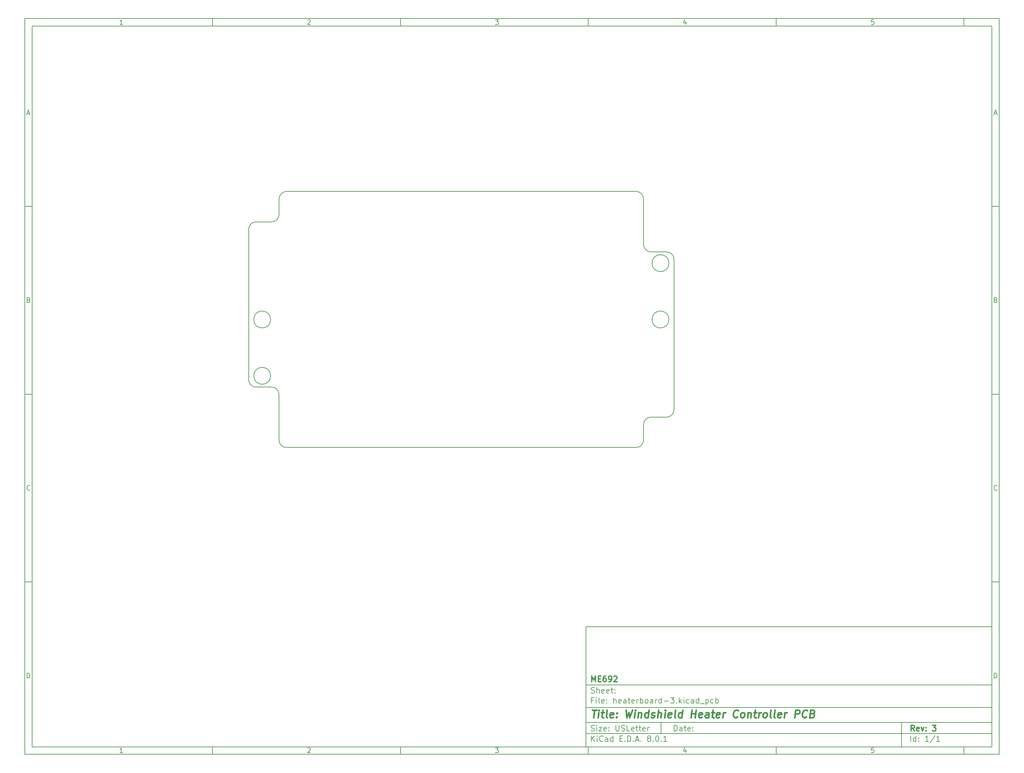
<source format=gbr>
%TF.GenerationSoftware,KiCad,Pcbnew,8.0.1*%
%TF.CreationDate,2024-05-02T11:38:50-04:00*%
%TF.ProjectId,heaterboard-3,68656174-6572-4626-9f61-72642d332e6b,3*%
%TF.SameCoordinates,Original*%
%TF.FileFunction,Profile,NP*%
%FSLAX46Y46*%
G04 Gerber Fmt 4.6, Leading zero omitted, Abs format (unit mm)*
G04 Created by KiCad (PCBNEW 8.0.1) date 2024-05-02 11:38:50*
%MOMM*%
%LPD*%
G01*
G04 APERTURE LIST*
%ADD10C,0.100000*%
%ADD11C,0.150000*%
%ADD12C,0.300000*%
%ADD13C,0.400000*%
%TA.AperFunction,Profile*%
%ADD14C,0.200000*%
%TD*%
G04 APERTURE END LIST*
D10*
D11*
X159400000Y-171900000D02*
X267400000Y-171900000D01*
X267400000Y-203900000D01*
X159400000Y-203900000D01*
X159400000Y-171900000D01*
D10*
D11*
X10000000Y-10000000D02*
X269400000Y-10000000D01*
X269400000Y-205900000D01*
X10000000Y-205900000D01*
X10000000Y-10000000D01*
D10*
D11*
X12000000Y-12000000D02*
X267400000Y-12000000D01*
X267400000Y-203900000D01*
X12000000Y-203900000D01*
X12000000Y-12000000D01*
D10*
D11*
X60000000Y-12000000D02*
X60000000Y-10000000D01*
D10*
D11*
X110000000Y-12000000D02*
X110000000Y-10000000D01*
D10*
D11*
X160000000Y-12000000D02*
X160000000Y-10000000D01*
D10*
D11*
X210000000Y-12000000D02*
X210000000Y-10000000D01*
D10*
D11*
X260000000Y-12000000D02*
X260000000Y-10000000D01*
D10*
D11*
X36089160Y-11593604D02*
X35346303Y-11593604D01*
X35717731Y-11593604D02*
X35717731Y-10293604D01*
X35717731Y-10293604D02*
X35593922Y-10479319D01*
X35593922Y-10479319D02*
X35470112Y-10603128D01*
X35470112Y-10603128D02*
X35346303Y-10665033D01*
D10*
D11*
X85346303Y-10417414D02*
X85408207Y-10355509D01*
X85408207Y-10355509D02*
X85532017Y-10293604D01*
X85532017Y-10293604D02*
X85841541Y-10293604D01*
X85841541Y-10293604D02*
X85965350Y-10355509D01*
X85965350Y-10355509D02*
X86027255Y-10417414D01*
X86027255Y-10417414D02*
X86089160Y-10541223D01*
X86089160Y-10541223D02*
X86089160Y-10665033D01*
X86089160Y-10665033D02*
X86027255Y-10850747D01*
X86027255Y-10850747D02*
X85284398Y-11593604D01*
X85284398Y-11593604D02*
X86089160Y-11593604D01*
D10*
D11*
X135284398Y-10293604D02*
X136089160Y-10293604D01*
X136089160Y-10293604D02*
X135655826Y-10788842D01*
X135655826Y-10788842D02*
X135841541Y-10788842D01*
X135841541Y-10788842D02*
X135965350Y-10850747D01*
X135965350Y-10850747D02*
X136027255Y-10912652D01*
X136027255Y-10912652D02*
X136089160Y-11036461D01*
X136089160Y-11036461D02*
X136089160Y-11345985D01*
X136089160Y-11345985D02*
X136027255Y-11469795D01*
X136027255Y-11469795D02*
X135965350Y-11531700D01*
X135965350Y-11531700D02*
X135841541Y-11593604D01*
X135841541Y-11593604D02*
X135470112Y-11593604D01*
X135470112Y-11593604D02*
X135346303Y-11531700D01*
X135346303Y-11531700D02*
X135284398Y-11469795D01*
D10*
D11*
X185965350Y-10726938D02*
X185965350Y-11593604D01*
X185655826Y-10231700D02*
X185346303Y-11160271D01*
X185346303Y-11160271D02*
X186151064Y-11160271D01*
D10*
D11*
X236027255Y-10293604D02*
X235408207Y-10293604D01*
X235408207Y-10293604D02*
X235346303Y-10912652D01*
X235346303Y-10912652D02*
X235408207Y-10850747D01*
X235408207Y-10850747D02*
X235532017Y-10788842D01*
X235532017Y-10788842D02*
X235841541Y-10788842D01*
X235841541Y-10788842D02*
X235965350Y-10850747D01*
X235965350Y-10850747D02*
X236027255Y-10912652D01*
X236027255Y-10912652D02*
X236089160Y-11036461D01*
X236089160Y-11036461D02*
X236089160Y-11345985D01*
X236089160Y-11345985D02*
X236027255Y-11469795D01*
X236027255Y-11469795D02*
X235965350Y-11531700D01*
X235965350Y-11531700D02*
X235841541Y-11593604D01*
X235841541Y-11593604D02*
X235532017Y-11593604D01*
X235532017Y-11593604D02*
X235408207Y-11531700D01*
X235408207Y-11531700D02*
X235346303Y-11469795D01*
D10*
D11*
X60000000Y-203900000D02*
X60000000Y-205900000D01*
D10*
D11*
X110000000Y-203900000D02*
X110000000Y-205900000D01*
D10*
D11*
X160000000Y-203900000D02*
X160000000Y-205900000D01*
D10*
D11*
X210000000Y-203900000D02*
X210000000Y-205900000D01*
D10*
D11*
X260000000Y-203900000D02*
X260000000Y-205900000D01*
D10*
D11*
X36089160Y-205493604D02*
X35346303Y-205493604D01*
X35717731Y-205493604D02*
X35717731Y-204193604D01*
X35717731Y-204193604D02*
X35593922Y-204379319D01*
X35593922Y-204379319D02*
X35470112Y-204503128D01*
X35470112Y-204503128D02*
X35346303Y-204565033D01*
D10*
D11*
X85346303Y-204317414D02*
X85408207Y-204255509D01*
X85408207Y-204255509D02*
X85532017Y-204193604D01*
X85532017Y-204193604D02*
X85841541Y-204193604D01*
X85841541Y-204193604D02*
X85965350Y-204255509D01*
X85965350Y-204255509D02*
X86027255Y-204317414D01*
X86027255Y-204317414D02*
X86089160Y-204441223D01*
X86089160Y-204441223D02*
X86089160Y-204565033D01*
X86089160Y-204565033D02*
X86027255Y-204750747D01*
X86027255Y-204750747D02*
X85284398Y-205493604D01*
X85284398Y-205493604D02*
X86089160Y-205493604D01*
D10*
D11*
X135284398Y-204193604D02*
X136089160Y-204193604D01*
X136089160Y-204193604D02*
X135655826Y-204688842D01*
X135655826Y-204688842D02*
X135841541Y-204688842D01*
X135841541Y-204688842D02*
X135965350Y-204750747D01*
X135965350Y-204750747D02*
X136027255Y-204812652D01*
X136027255Y-204812652D02*
X136089160Y-204936461D01*
X136089160Y-204936461D02*
X136089160Y-205245985D01*
X136089160Y-205245985D02*
X136027255Y-205369795D01*
X136027255Y-205369795D02*
X135965350Y-205431700D01*
X135965350Y-205431700D02*
X135841541Y-205493604D01*
X135841541Y-205493604D02*
X135470112Y-205493604D01*
X135470112Y-205493604D02*
X135346303Y-205431700D01*
X135346303Y-205431700D02*
X135284398Y-205369795D01*
D10*
D11*
X185965350Y-204626938D02*
X185965350Y-205493604D01*
X185655826Y-204131700D02*
X185346303Y-205060271D01*
X185346303Y-205060271D02*
X186151064Y-205060271D01*
D10*
D11*
X236027255Y-204193604D02*
X235408207Y-204193604D01*
X235408207Y-204193604D02*
X235346303Y-204812652D01*
X235346303Y-204812652D02*
X235408207Y-204750747D01*
X235408207Y-204750747D02*
X235532017Y-204688842D01*
X235532017Y-204688842D02*
X235841541Y-204688842D01*
X235841541Y-204688842D02*
X235965350Y-204750747D01*
X235965350Y-204750747D02*
X236027255Y-204812652D01*
X236027255Y-204812652D02*
X236089160Y-204936461D01*
X236089160Y-204936461D02*
X236089160Y-205245985D01*
X236089160Y-205245985D02*
X236027255Y-205369795D01*
X236027255Y-205369795D02*
X235965350Y-205431700D01*
X235965350Y-205431700D02*
X235841541Y-205493604D01*
X235841541Y-205493604D02*
X235532017Y-205493604D01*
X235532017Y-205493604D02*
X235408207Y-205431700D01*
X235408207Y-205431700D02*
X235346303Y-205369795D01*
D10*
D11*
X10000000Y-60000000D02*
X12000000Y-60000000D01*
D10*
D11*
X10000000Y-110000000D02*
X12000000Y-110000000D01*
D10*
D11*
X10000000Y-160000000D02*
X12000000Y-160000000D01*
D10*
D11*
X10690476Y-35222176D02*
X11309523Y-35222176D01*
X10566666Y-35593604D02*
X10999999Y-34293604D01*
X10999999Y-34293604D02*
X11433333Y-35593604D01*
D10*
D11*
X11092857Y-84912652D02*
X11278571Y-84974557D01*
X11278571Y-84974557D02*
X11340476Y-85036461D01*
X11340476Y-85036461D02*
X11402380Y-85160271D01*
X11402380Y-85160271D02*
X11402380Y-85345985D01*
X11402380Y-85345985D02*
X11340476Y-85469795D01*
X11340476Y-85469795D02*
X11278571Y-85531700D01*
X11278571Y-85531700D02*
X11154761Y-85593604D01*
X11154761Y-85593604D02*
X10659523Y-85593604D01*
X10659523Y-85593604D02*
X10659523Y-84293604D01*
X10659523Y-84293604D02*
X11092857Y-84293604D01*
X11092857Y-84293604D02*
X11216666Y-84355509D01*
X11216666Y-84355509D02*
X11278571Y-84417414D01*
X11278571Y-84417414D02*
X11340476Y-84541223D01*
X11340476Y-84541223D02*
X11340476Y-84665033D01*
X11340476Y-84665033D02*
X11278571Y-84788842D01*
X11278571Y-84788842D02*
X11216666Y-84850747D01*
X11216666Y-84850747D02*
X11092857Y-84912652D01*
X11092857Y-84912652D02*
X10659523Y-84912652D01*
D10*
D11*
X11402380Y-135469795D02*
X11340476Y-135531700D01*
X11340476Y-135531700D02*
X11154761Y-135593604D01*
X11154761Y-135593604D02*
X11030952Y-135593604D01*
X11030952Y-135593604D02*
X10845238Y-135531700D01*
X10845238Y-135531700D02*
X10721428Y-135407890D01*
X10721428Y-135407890D02*
X10659523Y-135284080D01*
X10659523Y-135284080D02*
X10597619Y-135036461D01*
X10597619Y-135036461D02*
X10597619Y-134850747D01*
X10597619Y-134850747D02*
X10659523Y-134603128D01*
X10659523Y-134603128D02*
X10721428Y-134479319D01*
X10721428Y-134479319D02*
X10845238Y-134355509D01*
X10845238Y-134355509D02*
X11030952Y-134293604D01*
X11030952Y-134293604D02*
X11154761Y-134293604D01*
X11154761Y-134293604D02*
X11340476Y-134355509D01*
X11340476Y-134355509D02*
X11402380Y-134417414D01*
D10*
D11*
X10659523Y-185593604D02*
X10659523Y-184293604D01*
X10659523Y-184293604D02*
X10969047Y-184293604D01*
X10969047Y-184293604D02*
X11154761Y-184355509D01*
X11154761Y-184355509D02*
X11278571Y-184479319D01*
X11278571Y-184479319D02*
X11340476Y-184603128D01*
X11340476Y-184603128D02*
X11402380Y-184850747D01*
X11402380Y-184850747D02*
X11402380Y-185036461D01*
X11402380Y-185036461D02*
X11340476Y-185284080D01*
X11340476Y-185284080D02*
X11278571Y-185407890D01*
X11278571Y-185407890D02*
X11154761Y-185531700D01*
X11154761Y-185531700D02*
X10969047Y-185593604D01*
X10969047Y-185593604D02*
X10659523Y-185593604D01*
D10*
D11*
X269400000Y-60000000D02*
X267400000Y-60000000D01*
D10*
D11*
X269400000Y-110000000D02*
X267400000Y-110000000D01*
D10*
D11*
X269400000Y-160000000D02*
X267400000Y-160000000D01*
D10*
D11*
X268090476Y-35222176D02*
X268709523Y-35222176D01*
X267966666Y-35593604D02*
X268399999Y-34293604D01*
X268399999Y-34293604D02*
X268833333Y-35593604D01*
D10*
D11*
X268492857Y-84912652D02*
X268678571Y-84974557D01*
X268678571Y-84974557D02*
X268740476Y-85036461D01*
X268740476Y-85036461D02*
X268802380Y-85160271D01*
X268802380Y-85160271D02*
X268802380Y-85345985D01*
X268802380Y-85345985D02*
X268740476Y-85469795D01*
X268740476Y-85469795D02*
X268678571Y-85531700D01*
X268678571Y-85531700D02*
X268554761Y-85593604D01*
X268554761Y-85593604D02*
X268059523Y-85593604D01*
X268059523Y-85593604D02*
X268059523Y-84293604D01*
X268059523Y-84293604D02*
X268492857Y-84293604D01*
X268492857Y-84293604D02*
X268616666Y-84355509D01*
X268616666Y-84355509D02*
X268678571Y-84417414D01*
X268678571Y-84417414D02*
X268740476Y-84541223D01*
X268740476Y-84541223D02*
X268740476Y-84665033D01*
X268740476Y-84665033D02*
X268678571Y-84788842D01*
X268678571Y-84788842D02*
X268616666Y-84850747D01*
X268616666Y-84850747D02*
X268492857Y-84912652D01*
X268492857Y-84912652D02*
X268059523Y-84912652D01*
D10*
D11*
X268802380Y-135469795D02*
X268740476Y-135531700D01*
X268740476Y-135531700D02*
X268554761Y-135593604D01*
X268554761Y-135593604D02*
X268430952Y-135593604D01*
X268430952Y-135593604D02*
X268245238Y-135531700D01*
X268245238Y-135531700D02*
X268121428Y-135407890D01*
X268121428Y-135407890D02*
X268059523Y-135284080D01*
X268059523Y-135284080D02*
X267997619Y-135036461D01*
X267997619Y-135036461D02*
X267997619Y-134850747D01*
X267997619Y-134850747D02*
X268059523Y-134603128D01*
X268059523Y-134603128D02*
X268121428Y-134479319D01*
X268121428Y-134479319D02*
X268245238Y-134355509D01*
X268245238Y-134355509D02*
X268430952Y-134293604D01*
X268430952Y-134293604D02*
X268554761Y-134293604D01*
X268554761Y-134293604D02*
X268740476Y-134355509D01*
X268740476Y-134355509D02*
X268802380Y-134417414D01*
D10*
D11*
X268059523Y-185593604D02*
X268059523Y-184293604D01*
X268059523Y-184293604D02*
X268369047Y-184293604D01*
X268369047Y-184293604D02*
X268554761Y-184355509D01*
X268554761Y-184355509D02*
X268678571Y-184479319D01*
X268678571Y-184479319D02*
X268740476Y-184603128D01*
X268740476Y-184603128D02*
X268802380Y-184850747D01*
X268802380Y-184850747D02*
X268802380Y-185036461D01*
X268802380Y-185036461D02*
X268740476Y-185284080D01*
X268740476Y-185284080D02*
X268678571Y-185407890D01*
X268678571Y-185407890D02*
X268554761Y-185531700D01*
X268554761Y-185531700D02*
X268369047Y-185593604D01*
X268369047Y-185593604D02*
X268059523Y-185593604D01*
D10*
D11*
X182855826Y-199686128D02*
X182855826Y-198186128D01*
X182855826Y-198186128D02*
X183212969Y-198186128D01*
X183212969Y-198186128D02*
X183427255Y-198257557D01*
X183427255Y-198257557D02*
X183570112Y-198400414D01*
X183570112Y-198400414D02*
X183641541Y-198543271D01*
X183641541Y-198543271D02*
X183712969Y-198828985D01*
X183712969Y-198828985D02*
X183712969Y-199043271D01*
X183712969Y-199043271D02*
X183641541Y-199328985D01*
X183641541Y-199328985D02*
X183570112Y-199471842D01*
X183570112Y-199471842D02*
X183427255Y-199614700D01*
X183427255Y-199614700D02*
X183212969Y-199686128D01*
X183212969Y-199686128D02*
X182855826Y-199686128D01*
X184998684Y-199686128D02*
X184998684Y-198900414D01*
X184998684Y-198900414D02*
X184927255Y-198757557D01*
X184927255Y-198757557D02*
X184784398Y-198686128D01*
X184784398Y-198686128D02*
X184498684Y-198686128D01*
X184498684Y-198686128D02*
X184355826Y-198757557D01*
X184998684Y-199614700D02*
X184855826Y-199686128D01*
X184855826Y-199686128D02*
X184498684Y-199686128D01*
X184498684Y-199686128D02*
X184355826Y-199614700D01*
X184355826Y-199614700D02*
X184284398Y-199471842D01*
X184284398Y-199471842D02*
X184284398Y-199328985D01*
X184284398Y-199328985D02*
X184355826Y-199186128D01*
X184355826Y-199186128D02*
X184498684Y-199114700D01*
X184498684Y-199114700D02*
X184855826Y-199114700D01*
X184855826Y-199114700D02*
X184998684Y-199043271D01*
X185498684Y-198686128D02*
X186070112Y-198686128D01*
X185712969Y-198186128D02*
X185712969Y-199471842D01*
X185712969Y-199471842D02*
X185784398Y-199614700D01*
X185784398Y-199614700D02*
X185927255Y-199686128D01*
X185927255Y-199686128D02*
X186070112Y-199686128D01*
X187141541Y-199614700D02*
X186998684Y-199686128D01*
X186998684Y-199686128D02*
X186712970Y-199686128D01*
X186712970Y-199686128D02*
X186570112Y-199614700D01*
X186570112Y-199614700D02*
X186498684Y-199471842D01*
X186498684Y-199471842D02*
X186498684Y-198900414D01*
X186498684Y-198900414D02*
X186570112Y-198757557D01*
X186570112Y-198757557D02*
X186712970Y-198686128D01*
X186712970Y-198686128D02*
X186998684Y-198686128D01*
X186998684Y-198686128D02*
X187141541Y-198757557D01*
X187141541Y-198757557D02*
X187212970Y-198900414D01*
X187212970Y-198900414D02*
X187212970Y-199043271D01*
X187212970Y-199043271D02*
X186498684Y-199186128D01*
X187855826Y-199543271D02*
X187927255Y-199614700D01*
X187927255Y-199614700D02*
X187855826Y-199686128D01*
X187855826Y-199686128D02*
X187784398Y-199614700D01*
X187784398Y-199614700D02*
X187855826Y-199543271D01*
X187855826Y-199543271D02*
X187855826Y-199686128D01*
X187855826Y-198757557D02*
X187927255Y-198828985D01*
X187927255Y-198828985D02*
X187855826Y-198900414D01*
X187855826Y-198900414D02*
X187784398Y-198828985D01*
X187784398Y-198828985D02*
X187855826Y-198757557D01*
X187855826Y-198757557D02*
X187855826Y-198900414D01*
D10*
D11*
X159400000Y-200400000D02*
X267400000Y-200400000D01*
D10*
D11*
X160855826Y-202486128D02*
X160855826Y-200986128D01*
X161712969Y-202486128D02*
X161070112Y-201628985D01*
X161712969Y-200986128D02*
X160855826Y-201843271D01*
X162355826Y-202486128D02*
X162355826Y-201486128D01*
X162355826Y-200986128D02*
X162284398Y-201057557D01*
X162284398Y-201057557D02*
X162355826Y-201128985D01*
X162355826Y-201128985D02*
X162427255Y-201057557D01*
X162427255Y-201057557D02*
X162355826Y-200986128D01*
X162355826Y-200986128D02*
X162355826Y-201128985D01*
X163927255Y-202343271D02*
X163855827Y-202414700D01*
X163855827Y-202414700D02*
X163641541Y-202486128D01*
X163641541Y-202486128D02*
X163498684Y-202486128D01*
X163498684Y-202486128D02*
X163284398Y-202414700D01*
X163284398Y-202414700D02*
X163141541Y-202271842D01*
X163141541Y-202271842D02*
X163070112Y-202128985D01*
X163070112Y-202128985D02*
X162998684Y-201843271D01*
X162998684Y-201843271D02*
X162998684Y-201628985D01*
X162998684Y-201628985D02*
X163070112Y-201343271D01*
X163070112Y-201343271D02*
X163141541Y-201200414D01*
X163141541Y-201200414D02*
X163284398Y-201057557D01*
X163284398Y-201057557D02*
X163498684Y-200986128D01*
X163498684Y-200986128D02*
X163641541Y-200986128D01*
X163641541Y-200986128D02*
X163855827Y-201057557D01*
X163855827Y-201057557D02*
X163927255Y-201128985D01*
X165212970Y-202486128D02*
X165212970Y-201700414D01*
X165212970Y-201700414D02*
X165141541Y-201557557D01*
X165141541Y-201557557D02*
X164998684Y-201486128D01*
X164998684Y-201486128D02*
X164712970Y-201486128D01*
X164712970Y-201486128D02*
X164570112Y-201557557D01*
X165212970Y-202414700D02*
X165070112Y-202486128D01*
X165070112Y-202486128D02*
X164712970Y-202486128D01*
X164712970Y-202486128D02*
X164570112Y-202414700D01*
X164570112Y-202414700D02*
X164498684Y-202271842D01*
X164498684Y-202271842D02*
X164498684Y-202128985D01*
X164498684Y-202128985D02*
X164570112Y-201986128D01*
X164570112Y-201986128D02*
X164712970Y-201914700D01*
X164712970Y-201914700D02*
X165070112Y-201914700D01*
X165070112Y-201914700D02*
X165212970Y-201843271D01*
X166570113Y-202486128D02*
X166570113Y-200986128D01*
X166570113Y-202414700D02*
X166427255Y-202486128D01*
X166427255Y-202486128D02*
X166141541Y-202486128D01*
X166141541Y-202486128D02*
X165998684Y-202414700D01*
X165998684Y-202414700D02*
X165927255Y-202343271D01*
X165927255Y-202343271D02*
X165855827Y-202200414D01*
X165855827Y-202200414D02*
X165855827Y-201771842D01*
X165855827Y-201771842D02*
X165927255Y-201628985D01*
X165927255Y-201628985D02*
X165998684Y-201557557D01*
X165998684Y-201557557D02*
X166141541Y-201486128D01*
X166141541Y-201486128D02*
X166427255Y-201486128D01*
X166427255Y-201486128D02*
X166570113Y-201557557D01*
X168427255Y-201700414D02*
X168927255Y-201700414D01*
X169141541Y-202486128D02*
X168427255Y-202486128D01*
X168427255Y-202486128D02*
X168427255Y-200986128D01*
X168427255Y-200986128D02*
X169141541Y-200986128D01*
X169784398Y-202343271D02*
X169855827Y-202414700D01*
X169855827Y-202414700D02*
X169784398Y-202486128D01*
X169784398Y-202486128D02*
X169712970Y-202414700D01*
X169712970Y-202414700D02*
X169784398Y-202343271D01*
X169784398Y-202343271D02*
X169784398Y-202486128D01*
X170498684Y-202486128D02*
X170498684Y-200986128D01*
X170498684Y-200986128D02*
X170855827Y-200986128D01*
X170855827Y-200986128D02*
X171070113Y-201057557D01*
X171070113Y-201057557D02*
X171212970Y-201200414D01*
X171212970Y-201200414D02*
X171284399Y-201343271D01*
X171284399Y-201343271D02*
X171355827Y-201628985D01*
X171355827Y-201628985D02*
X171355827Y-201843271D01*
X171355827Y-201843271D02*
X171284399Y-202128985D01*
X171284399Y-202128985D02*
X171212970Y-202271842D01*
X171212970Y-202271842D02*
X171070113Y-202414700D01*
X171070113Y-202414700D02*
X170855827Y-202486128D01*
X170855827Y-202486128D02*
X170498684Y-202486128D01*
X171998684Y-202343271D02*
X172070113Y-202414700D01*
X172070113Y-202414700D02*
X171998684Y-202486128D01*
X171998684Y-202486128D02*
X171927256Y-202414700D01*
X171927256Y-202414700D02*
X171998684Y-202343271D01*
X171998684Y-202343271D02*
X171998684Y-202486128D01*
X172641542Y-202057557D02*
X173355828Y-202057557D01*
X172498685Y-202486128D02*
X172998685Y-200986128D01*
X172998685Y-200986128D02*
X173498685Y-202486128D01*
X173998684Y-202343271D02*
X174070113Y-202414700D01*
X174070113Y-202414700D02*
X173998684Y-202486128D01*
X173998684Y-202486128D02*
X173927256Y-202414700D01*
X173927256Y-202414700D02*
X173998684Y-202343271D01*
X173998684Y-202343271D02*
X173998684Y-202486128D01*
X176070113Y-201628985D02*
X175927256Y-201557557D01*
X175927256Y-201557557D02*
X175855827Y-201486128D01*
X175855827Y-201486128D02*
X175784399Y-201343271D01*
X175784399Y-201343271D02*
X175784399Y-201271842D01*
X175784399Y-201271842D02*
X175855827Y-201128985D01*
X175855827Y-201128985D02*
X175927256Y-201057557D01*
X175927256Y-201057557D02*
X176070113Y-200986128D01*
X176070113Y-200986128D02*
X176355827Y-200986128D01*
X176355827Y-200986128D02*
X176498685Y-201057557D01*
X176498685Y-201057557D02*
X176570113Y-201128985D01*
X176570113Y-201128985D02*
X176641542Y-201271842D01*
X176641542Y-201271842D02*
X176641542Y-201343271D01*
X176641542Y-201343271D02*
X176570113Y-201486128D01*
X176570113Y-201486128D02*
X176498685Y-201557557D01*
X176498685Y-201557557D02*
X176355827Y-201628985D01*
X176355827Y-201628985D02*
X176070113Y-201628985D01*
X176070113Y-201628985D02*
X175927256Y-201700414D01*
X175927256Y-201700414D02*
X175855827Y-201771842D01*
X175855827Y-201771842D02*
X175784399Y-201914700D01*
X175784399Y-201914700D02*
X175784399Y-202200414D01*
X175784399Y-202200414D02*
X175855827Y-202343271D01*
X175855827Y-202343271D02*
X175927256Y-202414700D01*
X175927256Y-202414700D02*
X176070113Y-202486128D01*
X176070113Y-202486128D02*
X176355827Y-202486128D01*
X176355827Y-202486128D02*
X176498685Y-202414700D01*
X176498685Y-202414700D02*
X176570113Y-202343271D01*
X176570113Y-202343271D02*
X176641542Y-202200414D01*
X176641542Y-202200414D02*
X176641542Y-201914700D01*
X176641542Y-201914700D02*
X176570113Y-201771842D01*
X176570113Y-201771842D02*
X176498685Y-201700414D01*
X176498685Y-201700414D02*
X176355827Y-201628985D01*
X177284398Y-202343271D02*
X177355827Y-202414700D01*
X177355827Y-202414700D02*
X177284398Y-202486128D01*
X177284398Y-202486128D02*
X177212970Y-202414700D01*
X177212970Y-202414700D02*
X177284398Y-202343271D01*
X177284398Y-202343271D02*
X177284398Y-202486128D01*
X178284399Y-200986128D02*
X178427256Y-200986128D01*
X178427256Y-200986128D02*
X178570113Y-201057557D01*
X178570113Y-201057557D02*
X178641542Y-201128985D01*
X178641542Y-201128985D02*
X178712970Y-201271842D01*
X178712970Y-201271842D02*
X178784399Y-201557557D01*
X178784399Y-201557557D02*
X178784399Y-201914700D01*
X178784399Y-201914700D02*
X178712970Y-202200414D01*
X178712970Y-202200414D02*
X178641542Y-202343271D01*
X178641542Y-202343271D02*
X178570113Y-202414700D01*
X178570113Y-202414700D02*
X178427256Y-202486128D01*
X178427256Y-202486128D02*
X178284399Y-202486128D01*
X178284399Y-202486128D02*
X178141542Y-202414700D01*
X178141542Y-202414700D02*
X178070113Y-202343271D01*
X178070113Y-202343271D02*
X177998684Y-202200414D01*
X177998684Y-202200414D02*
X177927256Y-201914700D01*
X177927256Y-201914700D02*
X177927256Y-201557557D01*
X177927256Y-201557557D02*
X177998684Y-201271842D01*
X177998684Y-201271842D02*
X178070113Y-201128985D01*
X178070113Y-201128985D02*
X178141542Y-201057557D01*
X178141542Y-201057557D02*
X178284399Y-200986128D01*
X179427255Y-202343271D02*
X179498684Y-202414700D01*
X179498684Y-202414700D02*
X179427255Y-202486128D01*
X179427255Y-202486128D02*
X179355827Y-202414700D01*
X179355827Y-202414700D02*
X179427255Y-202343271D01*
X179427255Y-202343271D02*
X179427255Y-202486128D01*
X180927256Y-202486128D02*
X180070113Y-202486128D01*
X180498684Y-202486128D02*
X180498684Y-200986128D01*
X180498684Y-200986128D02*
X180355827Y-201200414D01*
X180355827Y-201200414D02*
X180212970Y-201343271D01*
X180212970Y-201343271D02*
X180070113Y-201414700D01*
D10*
D11*
X159400000Y-197400000D02*
X267400000Y-197400000D01*
D10*
D12*
X246811653Y-199678328D02*
X246311653Y-198964042D01*
X245954510Y-199678328D02*
X245954510Y-198178328D01*
X245954510Y-198178328D02*
X246525939Y-198178328D01*
X246525939Y-198178328D02*
X246668796Y-198249757D01*
X246668796Y-198249757D02*
X246740225Y-198321185D01*
X246740225Y-198321185D02*
X246811653Y-198464042D01*
X246811653Y-198464042D02*
X246811653Y-198678328D01*
X246811653Y-198678328D02*
X246740225Y-198821185D01*
X246740225Y-198821185D02*
X246668796Y-198892614D01*
X246668796Y-198892614D02*
X246525939Y-198964042D01*
X246525939Y-198964042D02*
X245954510Y-198964042D01*
X248025939Y-199606900D02*
X247883082Y-199678328D01*
X247883082Y-199678328D02*
X247597368Y-199678328D01*
X247597368Y-199678328D02*
X247454510Y-199606900D01*
X247454510Y-199606900D02*
X247383082Y-199464042D01*
X247383082Y-199464042D02*
X247383082Y-198892614D01*
X247383082Y-198892614D02*
X247454510Y-198749757D01*
X247454510Y-198749757D02*
X247597368Y-198678328D01*
X247597368Y-198678328D02*
X247883082Y-198678328D01*
X247883082Y-198678328D02*
X248025939Y-198749757D01*
X248025939Y-198749757D02*
X248097368Y-198892614D01*
X248097368Y-198892614D02*
X248097368Y-199035471D01*
X248097368Y-199035471D02*
X247383082Y-199178328D01*
X248597367Y-198678328D02*
X248954510Y-199678328D01*
X248954510Y-199678328D02*
X249311653Y-198678328D01*
X249883081Y-199535471D02*
X249954510Y-199606900D01*
X249954510Y-199606900D02*
X249883081Y-199678328D01*
X249883081Y-199678328D02*
X249811653Y-199606900D01*
X249811653Y-199606900D02*
X249883081Y-199535471D01*
X249883081Y-199535471D02*
X249883081Y-199678328D01*
X249883081Y-198749757D02*
X249954510Y-198821185D01*
X249954510Y-198821185D02*
X249883081Y-198892614D01*
X249883081Y-198892614D02*
X249811653Y-198821185D01*
X249811653Y-198821185D02*
X249883081Y-198749757D01*
X249883081Y-198749757D02*
X249883081Y-198892614D01*
X251597367Y-198178328D02*
X252525939Y-198178328D01*
X252525939Y-198178328D02*
X252025939Y-198749757D01*
X252025939Y-198749757D02*
X252240224Y-198749757D01*
X252240224Y-198749757D02*
X252383082Y-198821185D01*
X252383082Y-198821185D02*
X252454510Y-198892614D01*
X252454510Y-198892614D02*
X252525939Y-199035471D01*
X252525939Y-199035471D02*
X252525939Y-199392614D01*
X252525939Y-199392614D02*
X252454510Y-199535471D01*
X252454510Y-199535471D02*
X252383082Y-199606900D01*
X252383082Y-199606900D02*
X252240224Y-199678328D01*
X252240224Y-199678328D02*
X251811653Y-199678328D01*
X251811653Y-199678328D02*
X251668796Y-199606900D01*
X251668796Y-199606900D02*
X251597367Y-199535471D01*
D10*
D11*
X160784398Y-199614700D02*
X160998684Y-199686128D01*
X160998684Y-199686128D02*
X161355826Y-199686128D01*
X161355826Y-199686128D02*
X161498684Y-199614700D01*
X161498684Y-199614700D02*
X161570112Y-199543271D01*
X161570112Y-199543271D02*
X161641541Y-199400414D01*
X161641541Y-199400414D02*
X161641541Y-199257557D01*
X161641541Y-199257557D02*
X161570112Y-199114700D01*
X161570112Y-199114700D02*
X161498684Y-199043271D01*
X161498684Y-199043271D02*
X161355826Y-198971842D01*
X161355826Y-198971842D02*
X161070112Y-198900414D01*
X161070112Y-198900414D02*
X160927255Y-198828985D01*
X160927255Y-198828985D02*
X160855826Y-198757557D01*
X160855826Y-198757557D02*
X160784398Y-198614700D01*
X160784398Y-198614700D02*
X160784398Y-198471842D01*
X160784398Y-198471842D02*
X160855826Y-198328985D01*
X160855826Y-198328985D02*
X160927255Y-198257557D01*
X160927255Y-198257557D02*
X161070112Y-198186128D01*
X161070112Y-198186128D02*
X161427255Y-198186128D01*
X161427255Y-198186128D02*
X161641541Y-198257557D01*
X162284397Y-199686128D02*
X162284397Y-198686128D01*
X162284397Y-198186128D02*
X162212969Y-198257557D01*
X162212969Y-198257557D02*
X162284397Y-198328985D01*
X162284397Y-198328985D02*
X162355826Y-198257557D01*
X162355826Y-198257557D02*
X162284397Y-198186128D01*
X162284397Y-198186128D02*
X162284397Y-198328985D01*
X162855826Y-198686128D02*
X163641541Y-198686128D01*
X163641541Y-198686128D02*
X162855826Y-199686128D01*
X162855826Y-199686128D02*
X163641541Y-199686128D01*
X164784398Y-199614700D02*
X164641541Y-199686128D01*
X164641541Y-199686128D02*
X164355827Y-199686128D01*
X164355827Y-199686128D02*
X164212969Y-199614700D01*
X164212969Y-199614700D02*
X164141541Y-199471842D01*
X164141541Y-199471842D02*
X164141541Y-198900414D01*
X164141541Y-198900414D02*
X164212969Y-198757557D01*
X164212969Y-198757557D02*
X164355827Y-198686128D01*
X164355827Y-198686128D02*
X164641541Y-198686128D01*
X164641541Y-198686128D02*
X164784398Y-198757557D01*
X164784398Y-198757557D02*
X164855827Y-198900414D01*
X164855827Y-198900414D02*
X164855827Y-199043271D01*
X164855827Y-199043271D02*
X164141541Y-199186128D01*
X165498683Y-199543271D02*
X165570112Y-199614700D01*
X165570112Y-199614700D02*
X165498683Y-199686128D01*
X165498683Y-199686128D02*
X165427255Y-199614700D01*
X165427255Y-199614700D02*
X165498683Y-199543271D01*
X165498683Y-199543271D02*
X165498683Y-199686128D01*
X165498683Y-198757557D02*
X165570112Y-198828985D01*
X165570112Y-198828985D02*
X165498683Y-198900414D01*
X165498683Y-198900414D02*
X165427255Y-198828985D01*
X165427255Y-198828985D02*
X165498683Y-198757557D01*
X165498683Y-198757557D02*
X165498683Y-198900414D01*
X167355826Y-198186128D02*
X167355826Y-199400414D01*
X167355826Y-199400414D02*
X167427255Y-199543271D01*
X167427255Y-199543271D02*
X167498684Y-199614700D01*
X167498684Y-199614700D02*
X167641541Y-199686128D01*
X167641541Y-199686128D02*
X167927255Y-199686128D01*
X167927255Y-199686128D02*
X168070112Y-199614700D01*
X168070112Y-199614700D02*
X168141541Y-199543271D01*
X168141541Y-199543271D02*
X168212969Y-199400414D01*
X168212969Y-199400414D02*
X168212969Y-198186128D01*
X168855827Y-199614700D02*
X169070113Y-199686128D01*
X169070113Y-199686128D02*
X169427255Y-199686128D01*
X169427255Y-199686128D02*
X169570113Y-199614700D01*
X169570113Y-199614700D02*
X169641541Y-199543271D01*
X169641541Y-199543271D02*
X169712970Y-199400414D01*
X169712970Y-199400414D02*
X169712970Y-199257557D01*
X169712970Y-199257557D02*
X169641541Y-199114700D01*
X169641541Y-199114700D02*
X169570113Y-199043271D01*
X169570113Y-199043271D02*
X169427255Y-198971842D01*
X169427255Y-198971842D02*
X169141541Y-198900414D01*
X169141541Y-198900414D02*
X168998684Y-198828985D01*
X168998684Y-198828985D02*
X168927255Y-198757557D01*
X168927255Y-198757557D02*
X168855827Y-198614700D01*
X168855827Y-198614700D02*
X168855827Y-198471842D01*
X168855827Y-198471842D02*
X168927255Y-198328985D01*
X168927255Y-198328985D02*
X168998684Y-198257557D01*
X168998684Y-198257557D02*
X169141541Y-198186128D01*
X169141541Y-198186128D02*
X169498684Y-198186128D01*
X169498684Y-198186128D02*
X169712970Y-198257557D01*
X171070112Y-199686128D02*
X170355826Y-199686128D01*
X170355826Y-199686128D02*
X170355826Y-198186128D01*
X172141541Y-199614700D02*
X171998684Y-199686128D01*
X171998684Y-199686128D02*
X171712970Y-199686128D01*
X171712970Y-199686128D02*
X171570112Y-199614700D01*
X171570112Y-199614700D02*
X171498684Y-199471842D01*
X171498684Y-199471842D02*
X171498684Y-198900414D01*
X171498684Y-198900414D02*
X171570112Y-198757557D01*
X171570112Y-198757557D02*
X171712970Y-198686128D01*
X171712970Y-198686128D02*
X171998684Y-198686128D01*
X171998684Y-198686128D02*
X172141541Y-198757557D01*
X172141541Y-198757557D02*
X172212970Y-198900414D01*
X172212970Y-198900414D02*
X172212970Y-199043271D01*
X172212970Y-199043271D02*
X171498684Y-199186128D01*
X172641541Y-198686128D02*
X173212969Y-198686128D01*
X172855826Y-198186128D02*
X172855826Y-199471842D01*
X172855826Y-199471842D02*
X172927255Y-199614700D01*
X172927255Y-199614700D02*
X173070112Y-199686128D01*
X173070112Y-199686128D02*
X173212969Y-199686128D01*
X173498684Y-198686128D02*
X174070112Y-198686128D01*
X173712969Y-198186128D02*
X173712969Y-199471842D01*
X173712969Y-199471842D02*
X173784398Y-199614700D01*
X173784398Y-199614700D02*
X173927255Y-199686128D01*
X173927255Y-199686128D02*
X174070112Y-199686128D01*
X175141541Y-199614700D02*
X174998684Y-199686128D01*
X174998684Y-199686128D02*
X174712970Y-199686128D01*
X174712970Y-199686128D02*
X174570112Y-199614700D01*
X174570112Y-199614700D02*
X174498684Y-199471842D01*
X174498684Y-199471842D02*
X174498684Y-198900414D01*
X174498684Y-198900414D02*
X174570112Y-198757557D01*
X174570112Y-198757557D02*
X174712970Y-198686128D01*
X174712970Y-198686128D02*
X174998684Y-198686128D01*
X174998684Y-198686128D02*
X175141541Y-198757557D01*
X175141541Y-198757557D02*
X175212970Y-198900414D01*
X175212970Y-198900414D02*
X175212970Y-199043271D01*
X175212970Y-199043271D02*
X174498684Y-199186128D01*
X175855826Y-199686128D02*
X175855826Y-198686128D01*
X175855826Y-198971842D02*
X175927255Y-198828985D01*
X175927255Y-198828985D02*
X175998684Y-198757557D01*
X175998684Y-198757557D02*
X176141541Y-198686128D01*
X176141541Y-198686128D02*
X176284398Y-198686128D01*
D10*
D11*
X245855826Y-202486128D02*
X245855826Y-200986128D01*
X247212970Y-202486128D02*
X247212970Y-200986128D01*
X247212970Y-202414700D02*
X247070112Y-202486128D01*
X247070112Y-202486128D02*
X246784398Y-202486128D01*
X246784398Y-202486128D02*
X246641541Y-202414700D01*
X246641541Y-202414700D02*
X246570112Y-202343271D01*
X246570112Y-202343271D02*
X246498684Y-202200414D01*
X246498684Y-202200414D02*
X246498684Y-201771842D01*
X246498684Y-201771842D02*
X246570112Y-201628985D01*
X246570112Y-201628985D02*
X246641541Y-201557557D01*
X246641541Y-201557557D02*
X246784398Y-201486128D01*
X246784398Y-201486128D02*
X247070112Y-201486128D01*
X247070112Y-201486128D02*
X247212970Y-201557557D01*
X247927255Y-202343271D02*
X247998684Y-202414700D01*
X247998684Y-202414700D02*
X247927255Y-202486128D01*
X247927255Y-202486128D02*
X247855827Y-202414700D01*
X247855827Y-202414700D02*
X247927255Y-202343271D01*
X247927255Y-202343271D02*
X247927255Y-202486128D01*
X247927255Y-201557557D02*
X247998684Y-201628985D01*
X247998684Y-201628985D02*
X247927255Y-201700414D01*
X247927255Y-201700414D02*
X247855827Y-201628985D01*
X247855827Y-201628985D02*
X247927255Y-201557557D01*
X247927255Y-201557557D02*
X247927255Y-201700414D01*
X250570113Y-202486128D02*
X249712970Y-202486128D01*
X250141541Y-202486128D02*
X250141541Y-200986128D01*
X250141541Y-200986128D02*
X249998684Y-201200414D01*
X249998684Y-201200414D02*
X249855827Y-201343271D01*
X249855827Y-201343271D02*
X249712970Y-201414700D01*
X252284398Y-200914700D02*
X250998684Y-202843271D01*
X253570113Y-202486128D02*
X252712970Y-202486128D01*
X253141541Y-202486128D02*
X253141541Y-200986128D01*
X253141541Y-200986128D02*
X252998684Y-201200414D01*
X252998684Y-201200414D02*
X252855827Y-201343271D01*
X252855827Y-201343271D02*
X252712970Y-201414700D01*
D10*
D11*
X159400000Y-193400000D02*
X267400000Y-193400000D01*
D10*
D13*
X161091728Y-194104438D02*
X162234585Y-194104438D01*
X161413157Y-196104438D02*
X161663157Y-194104438D01*
X162651252Y-196104438D02*
X162817919Y-194771104D01*
X162901252Y-194104438D02*
X162794109Y-194199676D01*
X162794109Y-194199676D02*
X162877443Y-194294914D01*
X162877443Y-194294914D02*
X162984586Y-194199676D01*
X162984586Y-194199676D02*
X162901252Y-194104438D01*
X162901252Y-194104438D02*
X162877443Y-194294914D01*
X163484586Y-194771104D02*
X164246490Y-194771104D01*
X163853633Y-194104438D02*
X163639348Y-195818723D01*
X163639348Y-195818723D02*
X163710776Y-196009200D01*
X163710776Y-196009200D02*
X163889348Y-196104438D01*
X163889348Y-196104438D02*
X164079824Y-196104438D01*
X165032205Y-196104438D02*
X164853633Y-196009200D01*
X164853633Y-196009200D02*
X164782205Y-195818723D01*
X164782205Y-195818723D02*
X164996490Y-194104438D01*
X166567919Y-196009200D02*
X166365538Y-196104438D01*
X166365538Y-196104438D02*
X165984585Y-196104438D01*
X165984585Y-196104438D02*
X165806014Y-196009200D01*
X165806014Y-196009200D02*
X165734585Y-195818723D01*
X165734585Y-195818723D02*
X165829824Y-195056819D01*
X165829824Y-195056819D02*
X165948871Y-194866342D01*
X165948871Y-194866342D02*
X166151252Y-194771104D01*
X166151252Y-194771104D02*
X166532204Y-194771104D01*
X166532204Y-194771104D02*
X166710776Y-194866342D01*
X166710776Y-194866342D02*
X166782204Y-195056819D01*
X166782204Y-195056819D02*
X166758395Y-195247295D01*
X166758395Y-195247295D02*
X165782204Y-195437771D01*
X167532205Y-195913961D02*
X167615538Y-196009200D01*
X167615538Y-196009200D02*
X167508395Y-196104438D01*
X167508395Y-196104438D02*
X167425062Y-196009200D01*
X167425062Y-196009200D02*
X167532205Y-195913961D01*
X167532205Y-195913961D02*
X167508395Y-196104438D01*
X167663157Y-194866342D02*
X167746490Y-194961580D01*
X167746490Y-194961580D02*
X167639348Y-195056819D01*
X167639348Y-195056819D02*
X167556014Y-194961580D01*
X167556014Y-194961580D02*
X167663157Y-194866342D01*
X167663157Y-194866342D02*
X167639348Y-195056819D01*
X170044110Y-194104438D02*
X170270301Y-196104438D01*
X170270301Y-196104438D02*
X170829824Y-194675866D01*
X170829824Y-194675866D02*
X171032205Y-196104438D01*
X171032205Y-196104438D02*
X171758396Y-194104438D01*
X172270300Y-196104438D02*
X172436967Y-194771104D01*
X172520300Y-194104438D02*
X172413157Y-194199676D01*
X172413157Y-194199676D02*
X172496491Y-194294914D01*
X172496491Y-194294914D02*
X172603634Y-194199676D01*
X172603634Y-194199676D02*
X172520300Y-194104438D01*
X172520300Y-194104438D02*
X172496491Y-194294914D01*
X173389348Y-194771104D02*
X173222681Y-196104438D01*
X173365538Y-194961580D02*
X173472681Y-194866342D01*
X173472681Y-194866342D02*
X173675062Y-194771104D01*
X173675062Y-194771104D02*
X173960776Y-194771104D01*
X173960776Y-194771104D02*
X174139348Y-194866342D01*
X174139348Y-194866342D02*
X174210776Y-195056819D01*
X174210776Y-195056819D02*
X174079824Y-196104438D01*
X175889348Y-196104438D02*
X176139348Y-194104438D01*
X175901253Y-196009200D02*
X175698872Y-196104438D01*
X175698872Y-196104438D02*
X175317920Y-196104438D01*
X175317920Y-196104438D02*
X175139348Y-196009200D01*
X175139348Y-196009200D02*
X175056015Y-195913961D01*
X175056015Y-195913961D02*
X174984586Y-195723485D01*
X174984586Y-195723485D02*
X175056015Y-195152057D01*
X175056015Y-195152057D02*
X175175062Y-194961580D01*
X175175062Y-194961580D02*
X175282205Y-194866342D01*
X175282205Y-194866342D02*
X175484586Y-194771104D01*
X175484586Y-194771104D02*
X175865539Y-194771104D01*
X175865539Y-194771104D02*
X176044110Y-194866342D01*
X176758396Y-196009200D02*
X176936967Y-196104438D01*
X176936967Y-196104438D02*
X177317920Y-196104438D01*
X177317920Y-196104438D02*
X177520301Y-196009200D01*
X177520301Y-196009200D02*
X177639348Y-195818723D01*
X177639348Y-195818723D02*
X177651253Y-195723485D01*
X177651253Y-195723485D02*
X177579824Y-195533009D01*
X177579824Y-195533009D02*
X177401253Y-195437771D01*
X177401253Y-195437771D02*
X177115539Y-195437771D01*
X177115539Y-195437771D02*
X176936967Y-195342533D01*
X176936967Y-195342533D02*
X176865539Y-195152057D01*
X176865539Y-195152057D02*
X176877444Y-195056819D01*
X176877444Y-195056819D02*
X176996491Y-194866342D01*
X176996491Y-194866342D02*
X177198872Y-194771104D01*
X177198872Y-194771104D02*
X177484586Y-194771104D01*
X177484586Y-194771104D02*
X177663158Y-194866342D01*
X178460777Y-196104438D02*
X178710777Y-194104438D01*
X179317920Y-196104438D02*
X179448872Y-195056819D01*
X179448872Y-195056819D02*
X179377444Y-194866342D01*
X179377444Y-194866342D02*
X179198872Y-194771104D01*
X179198872Y-194771104D02*
X178913158Y-194771104D01*
X178913158Y-194771104D02*
X178710777Y-194866342D01*
X178710777Y-194866342D02*
X178603634Y-194961580D01*
X180270301Y-196104438D02*
X180436968Y-194771104D01*
X180520301Y-194104438D02*
X180413158Y-194199676D01*
X180413158Y-194199676D02*
X180496492Y-194294914D01*
X180496492Y-194294914D02*
X180603635Y-194199676D01*
X180603635Y-194199676D02*
X180520301Y-194104438D01*
X180520301Y-194104438D02*
X180496492Y-194294914D01*
X181996492Y-196009200D02*
X181794111Y-196104438D01*
X181794111Y-196104438D02*
X181413158Y-196104438D01*
X181413158Y-196104438D02*
X181234587Y-196009200D01*
X181234587Y-196009200D02*
X181163158Y-195818723D01*
X181163158Y-195818723D02*
X181258397Y-195056819D01*
X181258397Y-195056819D02*
X181377444Y-194866342D01*
X181377444Y-194866342D02*
X181579825Y-194771104D01*
X181579825Y-194771104D02*
X181960777Y-194771104D01*
X181960777Y-194771104D02*
X182139349Y-194866342D01*
X182139349Y-194866342D02*
X182210777Y-195056819D01*
X182210777Y-195056819D02*
X182186968Y-195247295D01*
X182186968Y-195247295D02*
X181210777Y-195437771D01*
X183222683Y-196104438D02*
X183044111Y-196009200D01*
X183044111Y-196009200D02*
X182972683Y-195818723D01*
X182972683Y-195818723D02*
X183186968Y-194104438D01*
X184841730Y-196104438D02*
X185091730Y-194104438D01*
X184853635Y-196009200D02*
X184651254Y-196104438D01*
X184651254Y-196104438D02*
X184270302Y-196104438D01*
X184270302Y-196104438D02*
X184091730Y-196009200D01*
X184091730Y-196009200D02*
X184008397Y-195913961D01*
X184008397Y-195913961D02*
X183936968Y-195723485D01*
X183936968Y-195723485D02*
X184008397Y-195152057D01*
X184008397Y-195152057D02*
X184127444Y-194961580D01*
X184127444Y-194961580D02*
X184234587Y-194866342D01*
X184234587Y-194866342D02*
X184436968Y-194771104D01*
X184436968Y-194771104D02*
X184817921Y-194771104D01*
X184817921Y-194771104D02*
X184996492Y-194866342D01*
X187317921Y-196104438D02*
X187567921Y-194104438D01*
X187448874Y-195056819D02*
X188591731Y-195056819D01*
X188460778Y-196104438D02*
X188710778Y-194104438D01*
X190186969Y-196009200D02*
X189984588Y-196104438D01*
X189984588Y-196104438D02*
X189603635Y-196104438D01*
X189603635Y-196104438D02*
X189425064Y-196009200D01*
X189425064Y-196009200D02*
X189353635Y-195818723D01*
X189353635Y-195818723D02*
X189448874Y-195056819D01*
X189448874Y-195056819D02*
X189567921Y-194866342D01*
X189567921Y-194866342D02*
X189770302Y-194771104D01*
X189770302Y-194771104D02*
X190151254Y-194771104D01*
X190151254Y-194771104D02*
X190329826Y-194866342D01*
X190329826Y-194866342D02*
X190401254Y-195056819D01*
X190401254Y-195056819D02*
X190377445Y-195247295D01*
X190377445Y-195247295D02*
X189401254Y-195437771D01*
X191984588Y-196104438D02*
X192115540Y-195056819D01*
X192115540Y-195056819D02*
X192044112Y-194866342D01*
X192044112Y-194866342D02*
X191865540Y-194771104D01*
X191865540Y-194771104D02*
X191484588Y-194771104D01*
X191484588Y-194771104D02*
X191282207Y-194866342D01*
X191996493Y-196009200D02*
X191794112Y-196104438D01*
X191794112Y-196104438D02*
X191317921Y-196104438D01*
X191317921Y-196104438D02*
X191139350Y-196009200D01*
X191139350Y-196009200D02*
X191067921Y-195818723D01*
X191067921Y-195818723D02*
X191091731Y-195628247D01*
X191091731Y-195628247D02*
X191210779Y-195437771D01*
X191210779Y-195437771D02*
X191413160Y-195342533D01*
X191413160Y-195342533D02*
X191889350Y-195342533D01*
X191889350Y-195342533D02*
X192091731Y-195247295D01*
X192817922Y-194771104D02*
X193579826Y-194771104D01*
X193186969Y-194104438D02*
X192972684Y-195818723D01*
X192972684Y-195818723D02*
X193044112Y-196009200D01*
X193044112Y-196009200D02*
X193222684Y-196104438D01*
X193222684Y-196104438D02*
X193413160Y-196104438D01*
X194853636Y-196009200D02*
X194651255Y-196104438D01*
X194651255Y-196104438D02*
X194270302Y-196104438D01*
X194270302Y-196104438D02*
X194091731Y-196009200D01*
X194091731Y-196009200D02*
X194020302Y-195818723D01*
X194020302Y-195818723D02*
X194115541Y-195056819D01*
X194115541Y-195056819D02*
X194234588Y-194866342D01*
X194234588Y-194866342D02*
X194436969Y-194771104D01*
X194436969Y-194771104D02*
X194817921Y-194771104D01*
X194817921Y-194771104D02*
X194996493Y-194866342D01*
X194996493Y-194866342D02*
X195067921Y-195056819D01*
X195067921Y-195056819D02*
X195044112Y-195247295D01*
X195044112Y-195247295D02*
X194067921Y-195437771D01*
X195794112Y-196104438D02*
X195960779Y-194771104D01*
X195913160Y-195152057D02*
X196032207Y-194961580D01*
X196032207Y-194961580D02*
X196139350Y-194866342D01*
X196139350Y-194866342D02*
X196341731Y-194771104D01*
X196341731Y-194771104D02*
X196532207Y-194771104D01*
X199722684Y-195913961D02*
X199615541Y-196009200D01*
X199615541Y-196009200D02*
X199317922Y-196104438D01*
X199317922Y-196104438D02*
X199127446Y-196104438D01*
X199127446Y-196104438D02*
X198853636Y-196009200D01*
X198853636Y-196009200D02*
X198686970Y-195818723D01*
X198686970Y-195818723D02*
X198615541Y-195628247D01*
X198615541Y-195628247D02*
X198567922Y-195247295D01*
X198567922Y-195247295D02*
X198603636Y-194961580D01*
X198603636Y-194961580D02*
X198746493Y-194580628D01*
X198746493Y-194580628D02*
X198865541Y-194390152D01*
X198865541Y-194390152D02*
X199079827Y-194199676D01*
X199079827Y-194199676D02*
X199377446Y-194104438D01*
X199377446Y-194104438D02*
X199567922Y-194104438D01*
X199567922Y-194104438D02*
X199841732Y-194199676D01*
X199841732Y-194199676D02*
X199925065Y-194294914D01*
X200841732Y-196104438D02*
X200663160Y-196009200D01*
X200663160Y-196009200D02*
X200579827Y-195913961D01*
X200579827Y-195913961D02*
X200508398Y-195723485D01*
X200508398Y-195723485D02*
X200579827Y-195152057D01*
X200579827Y-195152057D02*
X200698874Y-194961580D01*
X200698874Y-194961580D02*
X200806017Y-194866342D01*
X200806017Y-194866342D02*
X201008398Y-194771104D01*
X201008398Y-194771104D02*
X201294112Y-194771104D01*
X201294112Y-194771104D02*
X201472684Y-194866342D01*
X201472684Y-194866342D02*
X201556017Y-194961580D01*
X201556017Y-194961580D02*
X201627446Y-195152057D01*
X201627446Y-195152057D02*
X201556017Y-195723485D01*
X201556017Y-195723485D02*
X201436970Y-195913961D01*
X201436970Y-195913961D02*
X201329827Y-196009200D01*
X201329827Y-196009200D02*
X201127446Y-196104438D01*
X201127446Y-196104438D02*
X200841732Y-196104438D01*
X202532208Y-194771104D02*
X202365541Y-196104438D01*
X202508398Y-194961580D02*
X202615541Y-194866342D01*
X202615541Y-194866342D02*
X202817922Y-194771104D01*
X202817922Y-194771104D02*
X203103636Y-194771104D01*
X203103636Y-194771104D02*
X203282208Y-194866342D01*
X203282208Y-194866342D02*
X203353636Y-195056819D01*
X203353636Y-195056819D02*
X203222684Y-196104438D01*
X204056018Y-194771104D02*
X204817922Y-194771104D01*
X204425065Y-194104438D02*
X204210780Y-195818723D01*
X204210780Y-195818723D02*
X204282208Y-196009200D01*
X204282208Y-196009200D02*
X204460780Y-196104438D01*
X204460780Y-196104438D02*
X204651256Y-196104438D01*
X205317922Y-196104438D02*
X205484589Y-194771104D01*
X205436970Y-195152057D02*
X205556017Y-194961580D01*
X205556017Y-194961580D02*
X205663160Y-194866342D01*
X205663160Y-194866342D02*
X205865541Y-194771104D01*
X205865541Y-194771104D02*
X206056017Y-194771104D01*
X206841732Y-196104438D02*
X206663160Y-196009200D01*
X206663160Y-196009200D02*
X206579827Y-195913961D01*
X206579827Y-195913961D02*
X206508398Y-195723485D01*
X206508398Y-195723485D02*
X206579827Y-195152057D01*
X206579827Y-195152057D02*
X206698874Y-194961580D01*
X206698874Y-194961580D02*
X206806017Y-194866342D01*
X206806017Y-194866342D02*
X207008398Y-194771104D01*
X207008398Y-194771104D02*
X207294112Y-194771104D01*
X207294112Y-194771104D02*
X207472684Y-194866342D01*
X207472684Y-194866342D02*
X207556017Y-194961580D01*
X207556017Y-194961580D02*
X207627446Y-195152057D01*
X207627446Y-195152057D02*
X207556017Y-195723485D01*
X207556017Y-195723485D02*
X207436970Y-195913961D01*
X207436970Y-195913961D02*
X207329827Y-196009200D01*
X207329827Y-196009200D02*
X207127446Y-196104438D01*
X207127446Y-196104438D02*
X206841732Y-196104438D01*
X208651256Y-196104438D02*
X208472684Y-196009200D01*
X208472684Y-196009200D02*
X208401256Y-195818723D01*
X208401256Y-195818723D02*
X208615541Y-194104438D01*
X209698875Y-196104438D02*
X209520303Y-196009200D01*
X209520303Y-196009200D02*
X209448875Y-195818723D01*
X209448875Y-195818723D02*
X209663160Y-194104438D01*
X211234589Y-196009200D02*
X211032208Y-196104438D01*
X211032208Y-196104438D02*
X210651255Y-196104438D01*
X210651255Y-196104438D02*
X210472684Y-196009200D01*
X210472684Y-196009200D02*
X210401255Y-195818723D01*
X210401255Y-195818723D02*
X210496494Y-195056819D01*
X210496494Y-195056819D02*
X210615541Y-194866342D01*
X210615541Y-194866342D02*
X210817922Y-194771104D01*
X210817922Y-194771104D02*
X211198874Y-194771104D01*
X211198874Y-194771104D02*
X211377446Y-194866342D01*
X211377446Y-194866342D02*
X211448874Y-195056819D01*
X211448874Y-195056819D02*
X211425065Y-195247295D01*
X211425065Y-195247295D02*
X210448874Y-195437771D01*
X212175065Y-196104438D02*
X212341732Y-194771104D01*
X212294113Y-195152057D02*
X212413160Y-194961580D01*
X212413160Y-194961580D02*
X212520303Y-194866342D01*
X212520303Y-194866342D02*
X212722684Y-194771104D01*
X212722684Y-194771104D02*
X212913160Y-194771104D01*
X214936970Y-196104438D02*
X215186970Y-194104438D01*
X215186970Y-194104438D02*
X215948875Y-194104438D01*
X215948875Y-194104438D02*
X216127446Y-194199676D01*
X216127446Y-194199676D02*
X216210780Y-194294914D01*
X216210780Y-194294914D02*
X216282208Y-194485390D01*
X216282208Y-194485390D02*
X216246494Y-194771104D01*
X216246494Y-194771104D02*
X216127446Y-194961580D01*
X216127446Y-194961580D02*
X216020304Y-195056819D01*
X216020304Y-195056819D02*
X215817923Y-195152057D01*
X215817923Y-195152057D02*
X215056018Y-195152057D01*
X218103637Y-195913961D02*
X217996494Y-196009200D01*
X217996494Y-196009200D02*
X217698875Y-196104438D01*
X217698875Y-196104438D02*
X217508399Y-196104438D01*
X217508399Y-196104438D02*
X217234589Y-196009200D01*
X217234589Y-196009200D02*
X217067923Y-195818723D01*
X217067923Y-195818723D02*
X216996494Y-195628247D01*
X216996494Y-195628247D02*
X216948875Y-195247295D01*
X216948875Y-195247295D02*
X216984589Y-194961580D01*
X216984589Y-194961580D02*
X217127446Y-194580628D01*
X217127446Y-194580628D02*
X217246494Y-194390152D01*
X217246494Y-194390152D02*
X217460780Y-194199676D01*
X217460780Y-194199676D02*
X217758399Y-194104438D01*
X217758399Y-194104438D02*
X217948875Y-194104438D01*
X217948875Y-194104438D02*
X218222685Y-194199676D01*
X218222685Y-194199676D02*
X218306018Y-194294914D01*
X219734589Y-195056819D02*
X220008399Y-195152057D01*
X220008399Y-195152057D02*
X220091732Y-195247295D01*
X220091732Y-195247295D02*
X220163161Y-195437771D01*
X220163161Y-195437771D02*
X220127446Y-195723485D01*
X220127446Y-195723485D02*
X220008399Y-195913961D01*
X220008399Y-195913961D02*
X219901256Y-196009200D01*
X219901256Y-196009200D02*
X219698875Y-196104438D01*
X219698875Y-196104438D02*
X218936970Y-196104438D01*
X218936970Y-196104438D02*
X219186970Y-194104438D01*
X219186970Y-194104438D02*
X219853637Y-194104438D01*
X219853637Y-194104438D02*
X220032208Y-194199676D01*
X220032208Y-194199676D02*
X220115542Y-194294914D01*
X220115542Y-194294914D02*
X220186970Y-194485390D01*
X220186970Y-194485390D02*
X220163161Y-194675866D01*
X220163161Y-194675866D02*
X220044113Y-194866342D01*
X220044113Y-194866342D02*
X219936970Y-194961580D01*
X219936970Y-194961580D02*
X219734589Y-195056819D01*
X219734589Y-195056819D02*
X219067923Y-195056819D01*
D10*
D11*
X161355826Y-191500414D02*
X160855826Y-191500414D01*
X160855826Y-192286128D02*
X160855826Y-190786128D01*
X160855826Y-190786128D02*
X161570112Y-190786128D01*
X162141540Y-192286128D02*
X162141540Y-191286128D01*
X162141540Y-190786128D02*
X162070112Y-190857557D01*
X162070112Y-190857557D02*
X162141540Y-190928985D01*
X162141540Y-190928985D02*
X162212969Y-190857557D01*
X162212969Y-190857557D02*
X162141540Y-190786128D01*
X162141540Y-190786128D02*
X162141540Y-190928985D01*
X163070112Y-192286128D02*
X162927255Y-192214700D01*
X162927255Y-192214700D02*
X162855826Y-192071842D01*
X162855826Y-192071842D02*
X162855826Y-190786128D01*
X164212969Y-192214700D02*
X164070112Y-192286128D01*
X164070112Y-192286128D02*
X163784398Y-192286128D01*
X163784398Y-192286128D02*
X163641540Y-192214700D01*
X163641540Y-192214700D02*
X163570112Y-192071842D01*
X163570112Y-192071842D02*
X163570112Y-191500414D01*
X163570112Y-191500414D02*
X163641540Y-191357557D01*
X163641540Y-191357557D02*
X163784398Y-191286128D01*
X163784398Y-191286128D02*
X164070112Y-191286128D01*
X164070112Y-191286128D02*
X164212969Y-191357557D01*
X164212969Y-191357557D02*
X164284398Y-191500414D01*
X164284398Y-191500414D02*
X164284398Y-191643271D01*
X164284398Y-191643271D02*
X163570112Y-191786128D01*
X164927254Y-192143271D02*
X164998683Y-192214700D01*
X164998683Y-192214700D02*
X164927254Y-192286128D01*
X164927254Y-192286128D02*
X164855826Y-192214700D01*
X164855826Y-192214700D02*
X164927254Y-192143271D01*
X164927254Y-192143271D02*
X164927254Y-192286128D01*
X164927254Y-191357557D02*
X164998683Y-191428985D01*
X164998683Y-191428985D02*
X164927254Y-191500414D01*
X164927254Y-191500414D02*
X164855826Y-191428985D01*
X164855826Y-191428985D02*
X164927254Y-191357557D01*
X164927254Y-191357557D02*
X164927254Y-191500414D01*
X166784397Y-192286128D02*
X166784397Y-190786128D01*
X167427255Y-192286128D02*
X167427255Y-191500414D01*
X167427255Y-191500414D02*
X167355826Y-191357557D01*
X167355826Y-191357557D02*
X167212969Y-191286128D01*
X167212969Y-191286128D02*
X166998683Y-191286128D01*
X166998683Y-191286128D02*
X166855826Y-191357557D01*
X166855826Y-191357557D02*
X166784397Y-191428985D01*
X168712969Y-192214700D02*
X168570112Y-192286128D01*
X168570112Y-192286128D02*
X168284398Y-192286128D01*
X168284398Y-192286128D02*
X168141540Y-192214700D01*
X168141540Y-192214700D02*
X168070112Y-192071842D01*
X168070112Y-192071842D02*
X168070112Y-191500414D01*
X168070112Y-191500414D02*
X168141540Y-191357557D01*
X168141540Y-191357557D02*
X168284398Y-191286128D01*
X168284398Y-191286128D02*
X168570112Y-191286128D01*
X168570112Y-191286128D02*
X168712969Y-191357557D01*
X168712969Y-191357557D02*
X168784398Y-191500414D01*
X168784398Y-191500414D02*
X168784398Y-191643271D01*
X168784398Y-191643271D02*
X168070112Y-191786128D01*
X170070112Y-192286128D02*
X170070112Y-191500414D01*
X170070112Y-191500414D02*
X169998683Y-191357557D01*
X169998683Y-191357557D02*
X169855826Y-191286128D01*
X169855826Y-191286128D02*
X169570112Y-191286128D01*
X169570112Y-191286128D02*
X169427254Y-191357557D01*
X170070112Y-192214700D02*
X169927254Y-192286128D01*
X169927254Y-192286128D02*
X169570112Y-192286128D01*
X169570112Y-192286128D02*
X169427254Y-192214700D01*
X169427254Y-192214700D02*
X169355826Y-192071842D01*
X169355826Y-192071842D02*
X169355826Y-191928985D01*
X169355826Y-191928985D02*
X169427254Y-191786128D01*
X169427254Y-191786128D02*
X169570112Y-191714700D01*
X169570112Y-191714700D02*
X169927254Y-191714700D01*
X169927254Y-191714700D02*
X170070112Y-191643271D01*
X170570112Y-191286128D02*
X171141540Y-191286128D01*
X170784397Y-190786128D02*
X170784397Y-192071842D01*
X170784397Y-192071842D02*
X170855826Y-192214700D01*
X170855826Y-192214700D02*
X170998683Y-192286128D01*
X170998683Y-192286128D02*
X171141540Y-192286128D01*
X172212969Y-192214700D02*
X172070112Y-192286128D01*
X172070112Y-192286128D02*
X171784398Y-192286128D01*
X171784398Y-192286128D02*
X171641540Y-192214700D01*
X171641540Y-192214700D02*
X171570112Y-192071842D01*
X171570112Y-192071842D02*
X171570112Y-191500414D01*
X171570112Y-191500414D02*
X171641540Y-191357557D01*
X171641540Y-191357557D02*
X171784398Y-191286128D01*
X171784398Y-191286128D02*
X172070112Y-191286128D01*
X172070112Y-191286128D02*
X172212969Y-191357557D01*
X172212969Y-191357557D02*
X172284398Y-191500414D01*
X172284398Y-191500414D02*
X172284398Y-191643271D01*
X172284398Y-191643271D02*
X171570112Y-191786128D01*
X172927254Y-192286128D02*
X172927254Y-191286128D01*
X172927254Y-191571842D02*
X172998683Y-191428985D01*
X172998683Y-191428985D02*
X173070112Y-191357557D01*
X173070112Y-191357557D02*
X173212969Y-191286128D01*
X173212969Y-191286128D02*
X173355826Y-191286128D01*
X173855825Y-192286128D02*
X173855825Y-190786128D01*
X173855825Y-191357557D02*
X173998683Y-191286128D01*
X173998683Y-191286128D02*
X174284397Y-191286128D01*
X174284397Y-191286128D02*
X174427254Y-191357557D01*
X174427254Y-191357557D02*
X174498683Y-191428985D01*
X174498683Y-191428985D02*
X174570111Y-191571842D01*
X174570111Y-191571842D02*
X174570111Y-192000414D01*
X174570111Y-192000414D02*
X174498683Y-192143271D01*
X174498683Y-192143271D02*
X174427254Y-192214700D01*
X174427254Y-192214700D02*
X174284397Y-192286128D01*
X174284397Y-192286128D02*
X173998683Y-192286128D01*
X173998683Y-192286128D02*
X173855825Y-192214700D01*
X175427254Y-192286128D02*
X175284397Y-192214700D01*
X175284397Y-192214700D02*
X175212968Y-192143271D01*
X175212968Y-192143271D02*
X175141540Y-192000414D01*
X175141540Y-192000414D02*
X175141540Y-191571842D01*
X175141540Y-191571842D02*
X175212968Y-191428985D01*
X175212968Y-191428985D02*
X175284397Y-191357557D01*
X175284397Y-191357557D02*
X175427254Y-191286128D01*
X175427254Y-191286128D02*
X175641540Y-191286128D01*
X175641540Y-191286128D02*
X175784397Y-191357557D01*
X175784397Y-191357557D02*
X175855826Y-191428985D01*
X175855826Y-191428985D02*
X175927254Y-191571842D01*
X175927254Y-191571842D02*
X175927254Y-192000414D01*
X175927254Y-192000414D02*
X175855826Y-192143271D01*
X175855826Y-192143271D02*
X175784397Y-192214700D01*
X175784397Y-192214700D02*
X175641540Y-192286128D01*
X175641540Y-192286128D02*
X175427254Y-192286128D01*
X177212969Y-192286128D02*
X177212969Y-191500414D01*
X177212969Y-191500414D02*
X177141540Y-191357557D01*
X177141540Y-191357557D02*
X176998683Y-191286128D01*
X176998683Y-191286128D02*
X176712969Y-191286128D01*
X176712969Y-191286128D02*
X176570111Y-191357557D01*
X177212969Y-192214700D02*
X177070111Y-192286128D01*
X177070111Y-192286128D02*
X176712969Y-192286128D01*
X176712969Y-192286128D02*
X176570111Y-192214700D01*
X176570111Y-192214700D02*
X176498683Y-192071842D01*
X176498683Y-192071842D02*
X176498683Y-191928985D01*
X176498683Y-191928985D02*
X176570111Y-191786128D01*
X176570111Y-191786128D02*
X176712969Y-191714700D01*
X176712969Y-191714700D02*
X177070111Y-191714700D01*
X177070111Y-191714700D02*
X177212969Y-191643271D01*
X177927254Y-192286128D02*
X177927254Y-191286128D01*
X177927254Y-191571842D02*
X177998683Y-191428985D01*
X177998683Y-191428985D02*
X178070112Y-191357557D01*
X178070112Y-191357557D02*
X178212969Y-191286128D01*
X178212969Y-191286128D02*
X178355826Y-191286128D01*
X179498683Y-192286128D02*
X179498683Y-190786128D01*
X179498683Y-192214700D02*
X179355825Y-192286128D01*
X179355825Y-192286128D02*
X179070111Y-192286128D01*
X179070111Y-192286128D02*
X178927254Y-192214700D01*
X178927254Y-192214700D02*
X178855825Y-192143271D01*
X178855825Y-192143271D02*
X178784397Y-192000414D01*
X178784397Y-192000414D02*
X178784397Y-191571842D01*
X178784397Y-191571842D02*
X178855825Y-191428985D01*
X178855825Y-191428985D02*
X178927254Y-191357557D01*
X178927254Y-191357557D02*
X179070111Y-191286128D01*
X179070111Y-191286128D02*
X179355825Y-191286128D01*
X179355825Y-191286128D02*
X179498683Y-191357557D01*
X180212968Y-191714700D02*
X181355826Y-191714700D01*
X181927254Y-190786128D02*
X182855826Y-190786128D01*
X182855826Y-190786128D02*
X182355826Y-191357557D01*
X182355826Y-191357557D02*
X182570111Y-191357557D01*
X182570111Y-191357557D02*
X182712969Y-191428985D01*
X182712969Y-191428985D02*
X182784397Y-191500414D01*
X182784397Y-191500414D02*
X182855826Y-191643271D01*
X182855826Y-191643271D02*
X182855826Y-192000414D01*
X182855826Y-192000414D02*
X182784397Y-192143271D01*
X182784397Y-192143271D02*
X182712969Y-192214700D01*
X182712969Y-192214700D02*
X182570111Y-192286128D01*
X182570111Y-192286128D02*
X182141540Y-192286128D01*
X182141540Y-192286128D02*
X181998683Y-192214700D01*
X181998683Y-192214700D02*
X181927254Y-192143271D01*
X183498682Y-192143271D02*
X183570111Y-192214700D01*
X183570111Y-192214700D02*
X183498682Y-192286128D01*
X183498682Y-192286128D02*
X183427254Y-192214700D01*
X183427254Y-192214700D02*
X183498682Y-192143271D01*
X183498682Y-192143271D02*
X183498682Y-192286128D01*
X184212968Y-192286128D02*
X184212968Y-190786128D01*
X184355826Y-191714700D02*
X184784397Y-192286128D01*
X184784397Y-191286128D02*
X184212968Y-191857557D01*
X185427254Y-192286128D02*
X185427254Y-191286128D01*
X185427254Y-190786128D02*
X185355826Y-190857557D01*
X185355826Y-190857557D02*
X185427254Y-190928985D01*
X185427254Y-190928985D02*
X185498683Y-190857557D01*
X185498683Y-190857557D02*
X185427254Y-190786128D01*
X185427254Y-190786128D02*
X185427254Y-190928985D01*
X186784398Y-192214700D02*
X186641540Y-192286128D01*
X186641540Y-192286128D02*
X186355826Y-192286128D01*
X186355826Y-192286128D02*
X186212969Y-192214700D01*
X186212969Y-192214700D02*
X186141540Y-192143271D01*
X186141540Y-192143271D02*
X186070112Y-192000414D01*
X186070112Y-192000414D02*
X186070112Y-191571842D01*
X186070112Y-191571842D02*
X186141540Y-191428985D01*
X186141540Y-191428985D02*
X186212969Y-191357557D01*
X186212969Y-191357557D02*
X186355826Y-191286128D01*
X186355826Y-191286128D02*
X186641540Y-191286128D01*
X186641540Y-191286128D02*
X186784398Y-191357557D01*
X188070112Y-192286128D02*
X188070112Y-191500414D01*
X188070112Y-191500414D02*
X187998683Y-191357557D01*
X187998683Y-191357557D02*
X187855826Y-191286128D01*
X187855826Y-191286128D02*
X187570112Y-191286128D01*
X187570112Y-191286128D02*
X187427254Y-191357557D01*
X188070112Y-192214700D02*
X187927254Y-192286128D01*
X187927254Y-192286128D02*
X187570112Y-192286128D01*
X187570112Y-192286128D02*
X187427254Y-192214700D01*
X187427254Y-192214700D02*
X187355826Y-192071842D01*
X187355826Y-192071842D02*
X187355826Y-191928985D01*
X187355826Y-191928985D02*
X187427254Y-191786128D01*
X187427254Y-191786128D02*
X187570112Y-191714700D01*
X187570112Y-191714700D02*
X187927254Y-191714700D01*
X187927254Y-191714700D02*
X188070112Y-191643271D01*
X189427255Y-192286128D02*
X189427255Y-190786128D01*
X189427255Y-192214700D02*
X189284397Y-192286128D01*
X189284397Y-192286128D02*
X188998683Y-192286128D01*
X188998683Y-192286128D02*
X188855826Y-192214700D01*
X188855826Y-192214700D02*
X188784397Y-192143271D01*
X188784397Y-192143271D02*
X188712969Y-192000414D01*
X188712969Y-192000414D02*
X188712969Y-191571842D01*
X188712969Y-191571842D02*
X188784397Y-191428985D01*
X188784397Y-191428985D02*
X188855826Y-191357557D01*
X188855826Y-191357557D02*
X188998683Y-191286128D01*
X188998683Y-191286128D02*
X189284397Y-191286128D01*
X189284397Y-191286128D02*
X189427255Y-191357557D01*
X189784398Y-192428985D02*
X190927255Y-192428985D01*
X191284397Y-191286128D02*
X191284397Y-192786128D01*
X191284397Y-191357557D02*
X191427255Y-191286128D01*
X191427255Y-191286128D02*
X191712969Y-191286128D01*
X191712969Y-191286128D02*
X191855826Y-191357557D01*
X191855826Y-191357557D02*
X191927255Y-191428985D01*
X191927255Y-191428985D02*
X191998683Y-191571842D01*
X191998683Y-191571842D02*
X191998683Y-192000414D01*
X191998683Y-192000414D02*
X191927255Y-192143271D01*
X191927255Y-192143271D02*
X191855826Y-192214700D01*
X191855826Y-192214700D02*
X191712969Y-192286128D01*
X191712969Y-192286128D02*
X191427255Y-192286128D01*
X191427255Y-192286128D02*
X191284397Y-192214700D01*
X193284398Y-192214700D02*
X193141540Y-192286128D01*
X193141540Y-192286128D02*
X192855826Y-192286128D01*
X192855826Y-192286128D02*
X192712969Y-192214700D01*
X192712969Y-192214700D02*
X192641540Y-192143271D01*
X192641540Y-192143271D02*
X192570112Y-192000414D01*
X192570112Y-192000414D02*
X192570112Y-191571842D01*
X192570112Y-191571842D02*
X192641540Y-191428985D01*
X192641540Y-191428985D02*
X192712969Y-191357557D01*
X192712969Y-191357557D02*
X192855826Y-191286128D01*
X192855826Y-191286128D02*
X193141540Y-191286128D01*
X193141540Y-191286128D02*
X193284398Y-191357557D01*
X193927254Y-192286128D02*
X193927254Y-190786128D01*
X193927254Y-191357557D02*
X194070112Y-191286128D01*
X194070112Y-191286128D02*
X194355826Y-191286128D01*
X194355826Y-191286128D02*
X194498683Y-191357557D01*
X194498683Y-191357557D02*
X194570112Y-191428985D01*
X194570112Y-191428985D02*
X194641540Y-191571842D01*
X194641540Y-191571842D02*
X194641540Y-192000414D01*
X194641540Y-192000414D02*
X194570112Y-192143271D01*
X194570112Y-192143271D02*
X194498683Y-192214700D01*
X194498683Y-192214700D02*
X194355826Y-192286128D01*
X194355826Y-192286128D02*
X194070112Y-192286128D01*
X194070112Y-192286128D02*
X193927254Y-192214700D01*
D10*
D11*
X159400000Y-187400000D02*
X267400000Y-187400000D01*
D10*
D11*
X160784398Y-189514700D02*
X160998684Y-189586128D01*
X160998684Y-189586128D02*
X161355826Y-189586128D01*
X161355826Y-189586128D02*
X161498684Y-189514700D01*
X161498684Y-189514700D02*
X161570112Y-189443271D01*
X161570112Y-189443271D02*
X161641541Y-189300414D01*
X161641541Y-189300414D02*
X161641541Y-189157557D01*
X161641541Y-189157557D02*
X161570112Y-189014700D01*
X161570112Y-189014700D02*
X161498684Y-188943271D01*
X161498684Y-188943271D02*
X161355826Y-188871842D01*
X161355826Y-188871842D02*
X161070112Y-188800414D01*
X161070112Y-188800414D02*
X160927255Y-188728985D01*
X160927255Y-188728985D02*
X160855826Y-188657557D01*
X160855826Y-188657557D02*
X160784398Y-188514700D01*
X160784398Y-188514700D02*
X160784398Y-188371842D01*
X160784398Y-188371842D02*
X160855826Y-188228985D01*
X160855826Y-188228985D02*
X160927255Y-188157557D01*
X160927255Y-188157557D02*
X161070112Y-188086128D01*
X161070112Y-188086128D02*
X161427255Y-188086128D01*
X161427255Y-188086128D02*
X161641541Y-188157557D01*
X162284397Y-189586128D02*
X162284397Y-188086128D01*
X162927255Y-189586128D02*
X162927255Y-188800414D01*
X162927255Y-188800414D02*
X162855826Y-188657557D01*
X162855826Y-188657557D02*
X162712969Y-188586128D01*
X162712969Y-188586128D02*
X162498683Y-188586128D01*
X162498683Y-188586128D02*
X162355826Y-188657557D01*
X162355826Y-188657557D02*
X162284397Y-188728985D01*
X164212969Y-189514700D02*
X164070112Y-189586128D01*
X164070112Y-189586128D02*
X163784398Y-189586128D01*
X163784398Y-189586128D02*
X163641540Y-189514700D01*
X163641540Y-189514700D02*
X163570112Y-189371842D01*
X163570112Y-189371842D02*
X163570112Y-188800414D01*
X163570112Y-188800414D02*
X163641540Y-188657557D01*
X163641540Y-188657557D02*
X163784398Y-188586128D01*
X163784398Y-188586128D02*
X164070112Y-188586128D01*
X164070112Y-188586128D02*
X164212969Y-188657557D01*
X164212969Y-188657557D02*
X164284398Y-188800414D01*
X164284398Y-188800414D02*
X164284398Y-188943271D01*
X164284398Y-188943271D02*
X163570112Y-189086128D01*
X165498683Y-189514700D02*
X165355826Y-189586128D01*
X165355826Y-189586128D02*
X165070112Y-189586128D01*
X165070112Y-189586128D02*
X164927254Y-189514700D01*
X164927254Y-189514700D02*
X164855826Y-189371842D01*
X164855826Y-189371842D02*
X164855826Y-188800414D01*
X164855826Y-188800414D02*
X164927254Y-188657557D01*
X164927254Y-188657557D02*
X165070112Y-188586128D01*
X165070112Y-188586128D02*
X165355826Y-188586128D01*
X165355826Y-188586128D02*
X165498683Y-188657557D01*
X165498683Y-188657557D02*
X165570112Y-188800414D01*
X165570112Y-188800414D02*
X165570112Y-188943271D01*
X165570112Y-188943271D02*
X164855826Y-189086128D01*
X165998683Y-188586128D02*
X166570111Y-188586128D01*
X166212968Y-188086128D02*
X166212968Y-189371842D01*
X166212968Y-189371842D02*
X166284397Y-189514700D01*
X166284397Y-189514700D02*
X166427254Y-189586128D01*
X166427254Y-189586128D02*
X166570111Y-189586128D01*
X167070111Y-189443271D02*
X167141540Y-189514700D01*
X167141540Y-189514700D02*
X167070111Y-189586128D01*
X167070111Y-189586128D02*
X166998683Y-189514700D01*
X166998683Y-189514700D02*
X167070111Y-189443271D01*
X167070111Y-189443271D02*
X167070111Y-189586128D01*
X167070111Y-188657557D02*
X167141540Y-188728985D01*
X167141540Y-188728985D02*
X167070111Y-188800414D01*
X167070111Y-188800414D02*
X166998683Y-188728985D01*
X166998683Y-188728985D02*
X167070111Y-188657557D01*
X167070111Y-188657557D02*
X167070111Y-188800414D01*
D10*
D12*
X160954510Y-186578328D02*
X160954510Y-185078328D01*
X160954510Y-185078328D02*
X161454510Y-186149757D01*
X161454510Y-186149757D02*
X161954510Y-185078328D01*
X161954510Y-185078328D02*
X161954510Y-186578328D01*
X162668796Y-185792614D02*
X163168796Y-185792614D01*
X163383082Y-186578328D02*
X162668796Y-186578328D01*
X162668796Y-186578328D02*
X162668796Y-185078328D01*
X162668796Y-185078328D02*
X163383082Y-185078328D01*
X164668797Y-185078328D02*
X164383082Y-185078328D01*
X164383082Y-185078328D02*
X164240225Y-185149757D01*
X164240225Y-185149757D02*
X164168797Y-185221185D01*
X164168797Y-185221185D02*
X164025939Y-185435471D01*
X164025939Y-185435471D02*
X163954511Y-185721185D01*
X163954511Y-185721185D02*
X163954511Y-186292614D01*
X163954511Y-186292614D02*
X164025939Y-186435471D01*
X164025939Y-186435471D02*
X164097368Y-186506900D01*
X164097368Y-186506900D02*
X164240225Y-186578328D01*
X164240225Y-186578328D02*
X164525939Y-186578328D01*
X164525939Y-186578328D02*
X164668797Y-186506900D01*
X164668797Y-186506900D02*
X164740225Y-186435471D01*
X164740225Y-186435471D02*
X164811654Y-186292614D01*
X164811654Y-186292614D02*
X164811654Y-185935471D01*
X164811654Y-185935471D02*
X164740225Y-185792614D01*
X164740225Y-185792614D02*
X164668797Y-185721185D01*
X164668797Y-185721185D02*
X164525939Y-185649757D01*
X164525939Y-185649757D02*
X164240225Y-185649757D01*
X164240225Y-185649757D02*
X164097368Y-185721185D01*
X164097368Y-185721185D02*
X164025939Y-185792614D01*
X164025939Y-185792614D02*
X163954511Y-185935471D01*
X165525939Y-186578328D02*
X165811653Y-186578328D01*
X165811653Y-186578328D02*
X165954510Y-186506900D01*
X165954510Y-186506900D02*
X166025939Y-186435471D01*
X166025939Y-186435471D02*
X166168796Y-186221185D01*
X166168796Y-186221185D02*
X166240225Y-185935471D01*
X166240225Y-185935471D02*
X166240225Y-185364042D01*
X166240225Y-185364042D02*
X166168796Y-185221185D01*
X166168796Y-185221185D02*
X166097368Y-185149757D01*
X166097368Y-185149757D02*
X165954510Y-185078328D01*
X165954510Y-185078328D02*
X165668796Y-185078328D01*
X165668796Y-185078328D02*
X165525939Y-185149757D01*
X165525939Y-185149757D02*
X165454510Y-185221185D01*
X165454510Y-185221185D02*
X165383082Y-185364042D01*
X165383082Y-185364042D02*
X165383082Y-185721185D01*
X165383082Y-185721185D02*
X165454510Y-185864042D01*
X165454510Y-185864042D02*
X165525939Y-185935471D01*
X165525939Y-185935471D02*
X165668796Y-186006900D01*
X165668796Y-186006900D02*
X165954510Y-186006900D01*
X165954510Y-186006900D02*
X166097368Y-185935471D01*
X166097368Y-185935471D02*
X166168796Y-185864042D01*
X166168796Y-185864042D02*
X166240225Y-185721185D01*
X166811653Y-185221185D02*
X166883081Y-185149757D01*
X166883081Y-185149757D02*
X167025939Y-185078328D01*
X167025939Y-185078328D02*
X167383081Y-185078328D01*
X167383081Y-185078328D02*
X167525939Y-185149757D01*
X167525939Y-185149757D02*
X167597367Y-185221185D01*
X167597367Y-185221185D02*
X167668796Y-185364042D01*
X167668796Y-185364042D02*
X167668796Y-185506900D01*
X167668796Y-185506900D02*
X167597367Y-185721185D01*
X167597367Y-185721185D02*
X166740224Y-186578328D01*
X166740224Y-186578328D02*
X167668796Y-186578328D01*
D10*
D11*
D10*
D11*
D10*
D11*
D10*
D11*
D10*
D11*
X179400000Y-197400000D02*
X179400000Y-200400000D01*
D10*
D11*
X243400000Y-197400000D02*
X243400000Y-203900000D01*
D14*
X174720000Y-58020000D02*
X174720000Y-70120000D01*
X181470000Y-75120000D02*
G75*
G02*
X176970000Y-75120000I-2250000J0D01*
G01*
X176970000Y-75120000D02*
G75*
G02*
X181470000Y-75120000I2250000J0D01*
G01*
X79720000Y-124220000D02*
G75*
G02*
X77720000Y-122220000I0J2000000D01*
G01*
X75720000Y-64120000D02*
X71620000Y-64120000D01*
X181470000Y-90120000D02*
G75*
G02*
X176970000Y-90120000I-2250000J0D01*
G01*
X176970000Y-90120000D02*
G75*
G02*
X181470000Y-90120000I2250000J0D01*
G01*
X174720000Y-118120000D02*
G75*
G02*
X176720000Y-116120000I2000000J0D01*
G01*
X75720000Y-108120000D02*
G75*
G02*
X77720000Y-110120000I0J-2000000D01*
G01*
X69620000Y-66120000D02*
X69620000Y-106120000D01*
X174720000Y-122220000D02*
G75*
G02*
X172720000Y-124220000I-2000000J0D01*
G01*
X75720000Y-108120000D02*
X71620000Y-108120000D01*
X172720000Y-56020000D02*
G75*
G02*
X174720000Y-58020000I0J-2000000D01*
G01*
X77720000Y-58020000D02*
X77720000Y-62120000D01*
X75470000Y-105120000D02*
G75*
G02*
X70970000Y-105120000I-2250000J0D01*
G01*
X70970000Y-105120000D02*
G75*
G02*
X75470000Y-105120000I2250000J0D01*
G01*
X182820000Y-114120000D02*
G75*
G02*
X180820000Y-116120000I-2000000J0D01*
G01*
X69620000Y-66120000D02*
G75*
G02*
X71620000Y-64120000I2000000J0D01*
G01*
X71620000Y-108120000D02*
G75*
G02*
X69620000Y-106120000I0J2000000D01*
G01*
X172720000Y-56020000D02*
X79720000Y-56020000D01*
X182820000Y-74120000D02*
X182820000Y-114120000D01*
X77720000Y-110120000D02*
X77720000Y-122220000D01*
X172720000Y-124220000D02*
X79720000Y-124220000D01*
X77720000Y-62120000D02*
G75*
G02*
X75720000Y-64120000I-2000000J0D01*
G01*
X176720000Y-116120000D02*
X180820000Y-116120000D01*
X75470000Y-90120000D02*
G75*
G02*
X70970000Y-90120000I-2250000J0D01*
G01*
X70970000Y-90120000D02*
G75*
G02*
X75470000Y-90120000I2250000J0D01*
G01*
X176720000Y-72120000D02*
G75*
G02*
X174720000Y-70120000I0J2000000D01*
G01*
X174720000Y-118120000D02*
X174720000Y-122220000D01*
X77720000Y-58020000D02*
G75*
G02*
X79720000Y-56020000I2000000J0D01*
G01*
X180820000Y-72120000D02*
G75*
G02*
X182820000Y-74120000I0J-2000000D01*
G01*
X176720000Y-72120000D02*
X180820000Y-72120000D01*
M02*

</source>
